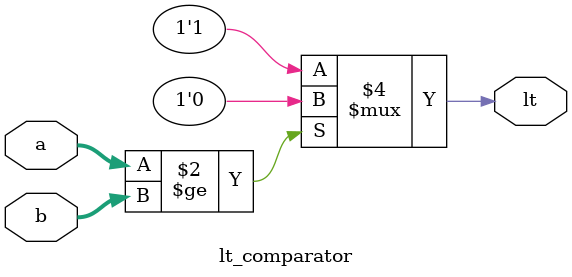
<source format=v>
module lt_comparator #(parameter WIDTH = 5)(
	input [WIDTH-1:0] a,
	input [WIDTH-1:0] b,
	output reg lt);
	always@(a,b)
	begin
	if(a>=b)
	lt =0;
	else
	lt=1;
	end
endmodule
</source>
